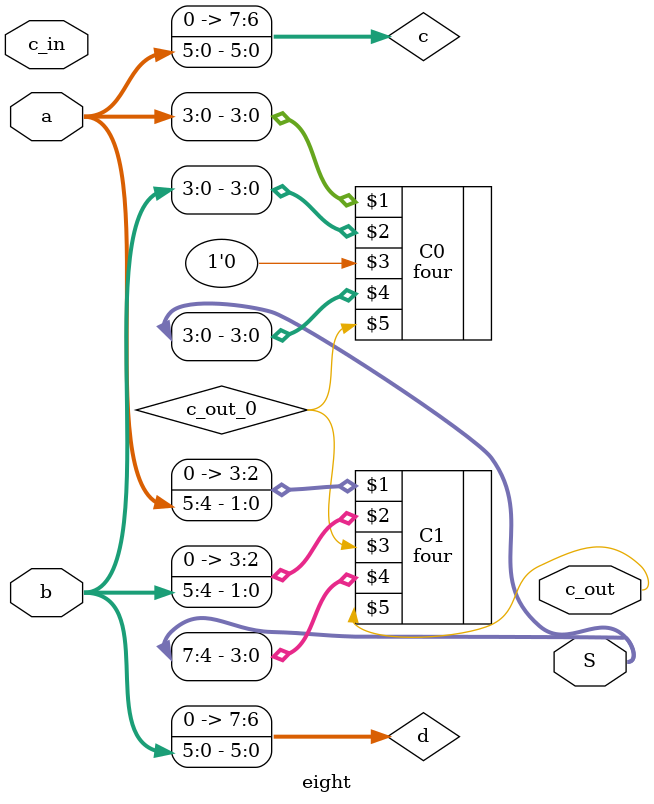
<source format=v>
`timescale 1ns / 1ps
module eight(a,b,c_in,S,c_out);
input [5:0] a,b;
input c_in;
output [7:0] S;
output c_out;
wire c_out_0;
wire [7:0] c,d;
assign c[5:0] = a[5:0];
assign d[5:0] = b[5:0];
assign c[7:6] = 2'b00;
assign d[7:6] = 2'b00;
four C0(c[3:0],d[3:0],1'b0,S[3:0],c_out_0);
four C1(c[7:4],d[7:4],c_out_0,S[7:4],c_out);
endmodule

</source>
